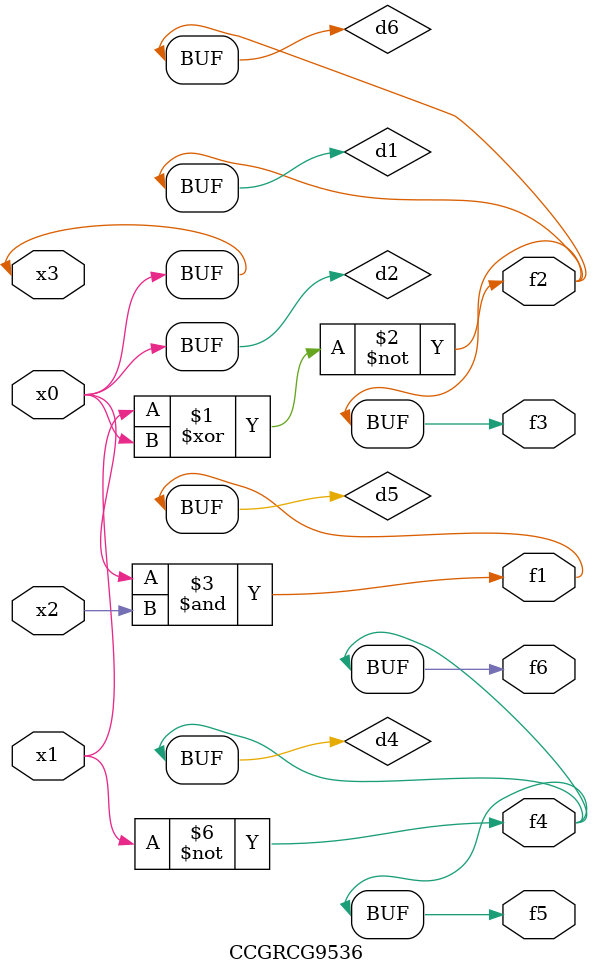
<source format=v>
module CCGRCG9536(
	input x0, x1, x2, x3,
	output f1, f2, f3, f4, f5, f6
);

	wire d1, d2, d3, d4, d5, d6;

	xnor (d1, x1, x3);
	buf (d2, x0, x3);
	nand (d3, x0, x2);
	not (d4, x1);
	nand (d5, d3);
	or (d6, d1);
	assign f1 = d5;
	assign f2 = d6;
	assign f3 = d6;
	assign f4 = d4;
	assign f5 = d4;
	assign f6 = d4;
endmodule

</source>
